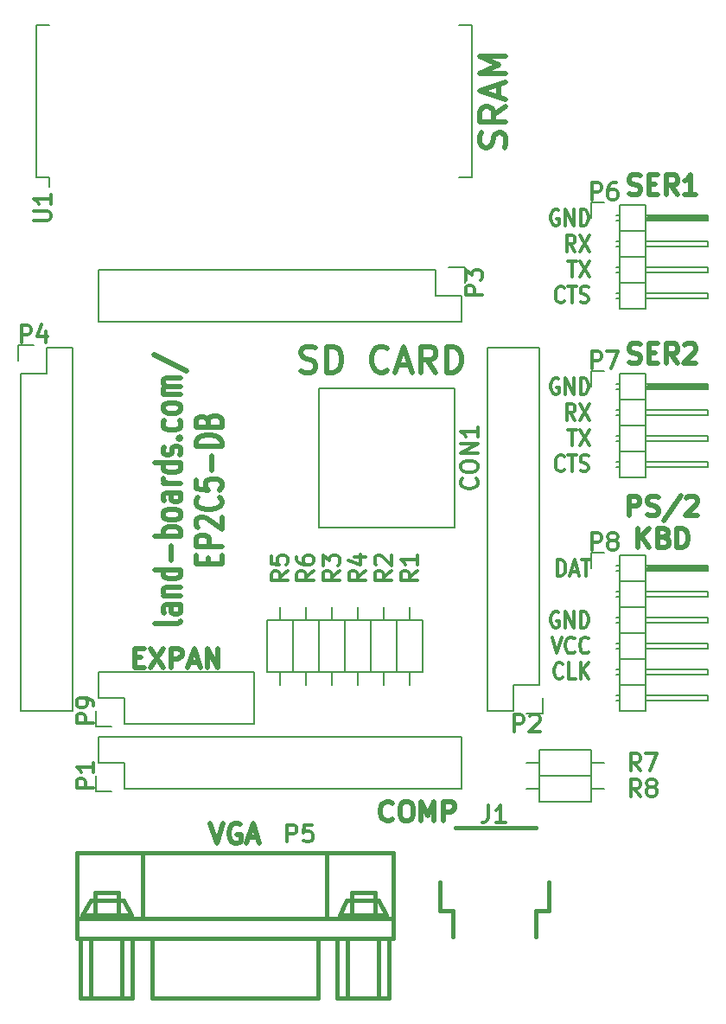
<source format=gbr>
G04 #@! TF.FileFunction,Legend,Top*
%FSLAX46Y46*%
G04 Gerber Fmt 4.6, Leading zero omitted, Abs format (unit mm)*
G04 Created by KiCad (PCBNEW (after 2015-mar-04 BZR unknown)-product) date 12/1/2016 2:15:56 PM*
%MOMM*%
G01*
G04 APERTURE LIST*
%ADD10C,0.150000*%
%ADD11C,0.476250*%
%ADD12C,0.300000*%
%ADD13C,0.508000*%
%ADD14C,0.381000*%
%ADD15C,0.200660*%
%ADD16C,0.317500*%
G04 APERTURE END LIST*
D10*
D11*
X22587857Y-77333929D02*
X23222857Y-77333929D01*
X23495000Y-78331786D02*
X22587857Y-78331786D01*
X22587857Y-76426786D01*
X23495000Y-76426786D01*
X24130000Y-76426786D02*
X25400000Y-78331786D01*
X25400000Y-76426786D02*
X24130000Y-78331786D01*
X26125714Y-78331786D02*
X26125714Y-76426786D01*
X26851429Y-76426786D01*
X27032857Y-76517500D01*
X27123572Y-76608214D01*
X27214286Y-76789643D01*
X27214286Y-77061786D01*
X27123572Y-77243214D01*
X27032857Y-77333929D01*
X26851429Y-77424643D01*
X26125714Y-77424643D01*
X27940000Y-77787500D02*
X28847143Y-77787500D01*
X27758572Y-78331786D02*
X28393572Y-76426786D01*
X29028572Y-78331786D01*
X29663571Y-78331786D02*
X29663571Y-76426786D01*
X30752143Y-78331786D01*
X30752143Y-76426786D01*
D12*
X63983809Y-69341905D02*
X63983809Y-67754405D01*
X64316428Y-67754405D01*
X64516000Y-67830000D01*
X64649047Y-67981190D01*
X64715571Y-68132381D01*
X64782095Y-68434762D01*
X64782095Y-68661548D01*
X64715571Y-68963929D01*
X64649047Y-69115119D01*
X64516000Y-69266310D01*
X64316428Y-69341905D01*
X63983809Y-69341905D01*
X65314285Y-68888333D02*
X65979523Y-68888333D01*
X65181238Y-69341905D02*
X65646904Y-67754405D01*
X66112571Y-69341905D01*
X66378667Y-67754405D02*
X67176952Y-67754405D01*
X66777809Y-69341905D02*
X66777809Y-67754405D01*
X64116857Y-72875000D02*
X63983809Y-72799405D01*
X63784238Y-72799405D01*
X63584666Y-72875000D01*
X63451619Y-73026190D01*
X63385095Y-73177381D01*
X63318571Y-73479762D01*
X63318571Y-73706548D01*
X63385095Y-74008929D01*
X63451619Y-74160119D01*
X63584666Y-74311310D01*
X63784238Y-74386905D01*
X63917286Y-74386905D01*
X64116857Y-74311310D01*
X64183381Y-74235714D01*
X64183381Y-73706548D01*
X63917286Y-73706548D01*
X64782095Y-74386905D02*
X64782095Y-72799405D01*
X65580381Y-74386905D01*
X65580381Y-72799405D01*
X66245619Y-74386905D02*
X66245619Y-72799405D01*
X66578238Y-72799405D01*
X66777810Y-72875000D01*
X66910857Y-73026190D01*
X66977381Y-73177381D01*
X67043905Y-73479762D01*
X67043905Y-73706548D01*
X66977381Y-74008929D01*
X66910857Y-74160119D01*
X66777810Y-74311310D01*
X66578238Y-74386905D01*
X66245619Y-74386905D01*
X63451619Y-75321905D02*
X63917285Y-76909405D01*
X64382952Y-75321905D01*
X65646905Y-76758214D02*
X65580381Y-76833810D01*
X65380810Y-76909405D01*
X65247762Y-76909405D01*
X65048190Y-76833810D01*
X64915143Y-76682619D01*
X64848619Y-76531429D01*
X64782095Y-76229048D01*
X64782095Y-76002262D01*
X64848619Y-75699881D01*
X64915143Y-75548690D01*
X65048190Y-75397500D01*
X65247762Y-75321905D01*
X65380810Y-75321905D01*
X65580381Y-75397500D01*
X65646905Y-75473095D01*
X67043905Y-76758214D02*
X66977381Y-76833810D01*
X66777810Y-76909405D01*
X66644762Y-76909405D01*
X66445190Y-76833810D01*
X66312143Y-76682619D01*
X66245619Y-76531429D01*
X66179095Y-76229048D01*
X66179095Y-76002262D01*
X66245619Y-75699881D01*
X66312143Y-75548690D01*
X66445190Y-75397500D01*
X66644762Y-75321905D01*
X66777810Y-75321905D01*
X66977381Y-75397500D01*
X67043905Y-75473095D01*
X64516000Y-79280714D02*
X64449476Y-79356310D01*
X64249905Y-79431905D01*
X64116857Y-79431905D01*
X63917285Y-79356310D01*
X63784238Y-79205119D01*
X63717714Y-79053929D01*
X63651190Y-78751548D01*
X63651190Y-78524762D01*
X63717714Y-78222381D01*
X63784238Y-78071190D01*
X63917285Y-77920000D01*
X64116857Y-77844405D01*
X64249905Y-77844405D01*
X64449476Y-77920000D01*
X64516000Y-77995595D01*
X65779952Y-79431905D02*
X65114714Y-79431905D01*
X65114714Y-77844405D01*
X66245619Y-79431905D02*
X66245619Y-77844405D01*
X67043905Y-79431905D02*
X66445190Y-78524762D01*
X67043905Y-77844405D02*
X66245619Y-78751548D01*
D11*
X47842715Y-93136357D02*
X47752001Y-93227071D01*
X47479858Y-93317786D01*
X47298429Y-93317786D01*
X47026286Y-93227071D01*
X46844858Y-93045643D01*
X46754143Y-92864214D01*
X46663429Y-92501357D01*
X46663429Y-92229214D01*
X46754143Y-91866357D01*
X46844858Y-91684929D01*
X47026286Y-91503500D01*
X47298429Y-91412786D01*
X47479858Y-91412786D01*
X47752001Y-91503500D01*
X47842715Y-91594214D01*
X49022001Y-91412786D02*
X49384858Y-91412786D01*
X49566286Y-91503500D01*
X49747715Y-91684929D01*
X49838429Y-92047786D01*
X49838429Y-92682786D01*
X49747715Y-93045643D01*
X49566286Y-93227071D01*
X49384858Y-93317786D01*
X49022001Y-93317786D01*
X48840572Y-93227071D01*
X48659143Y-93045643D01*
X48568429Y-92682786D01*
X48568429Y-92047786D01*
X48659143Y-91684929D01*
X48840572Y-91503500D01*
X49022001Y-91412786D01*
X50654857Y-93317786D02*
X50654857Y-91412786D01*
X51289857Y-92773500D01*
X51924857Y-91412786D01*
X51924857Y-93317786D01*
X52832000Y-93317786D02*
X52832000Y-91412786D01*
X53557715Y-91412786D01*
X53739143Y-91503500D01*
X53829858Y-91594214D01*
X53920572Y-91775643D01*
X53920572Y-92047786D01*
X53829858Y-92229214D01*
X53739143Y-92319929D01*
X53557715Y-92410643D01*
X52832000Y-92410643D01*
D13*
X38874096Y-49288095D02*
X39236953Y-49409048D01*
X39841715Y-49409048D01*
X40083619Y-49288095D01*
X40204572Y-49167143D01*
X40325524Y-48925238D01*
X40325524Y-48683333D01*
X40204572Y-48441429D01*
X40083619Y-48320476D01*
X39841715Y-48199524D01*
X39357905Y-48078571D01*
X39116000Y-47957619D01*
X38995048Y-47836667D01*
X38874096Y-47594762D01*
X38874096Y-47352857D01*
X38995048Y-47110952D01*
X39116000Y-46990000D01*
X39357905Y-46869048D01*
X39962667Y-46869048D01*
X40325524Y-46990000D01*
X41414096Y-49409048D02*
X41414096Y-46869048D01*
X42018858Y-46869048D01*
X42381715Y-46990000D01*
X42623620Y-47231905D01*
X42744572Y-47473810D01*
X42865524Y-47957619D01*
X42865524Y-48320476D01*
X42744572Y-48804286D01*
X42623620Y-49046190D01*
X42381715Y-49288095D01*
X42018858Y-49409048D01*
X41414096Y-49409048D01*
X47340762Y-49167143D02*
X47219810Y-49288095D01*
X46856953Y-49409048D01*
X46615048Y-49409048D01*
X46252191Y-49288095D01*
X46010286Y-49046190D01*
X45889334Y-48804286D01*
X45768382Y-48320476D01*
X45768382Y-47957619D01*
X45889334Y-47473810D01*
X46010286Y-47231905D01*
X46252191Y-46990000D01*
X46615048Y-46869048D01*
X46856953Y-46869048D01*
X47219810Y-46990000D01*
X47340762Y-47110952D01*
X48308382Y-48683333D02*
X49517905Y-48683333D01*
X48066477Y-49409048D02*
X48913143Y-46869048D01*
X49759810Y-49409048D01*
X52057905Y-49409048D02*
X51211239Y-48199524D01*
X50606477Y-49409048D02*
X50606477Y-46869048D01*
X51574096Y-46869048D01*
X51816001Y-46990000D01*
X51936953Y-47110952D01*
X52057905Y-47352857D01*
X52057905Y-47715714D01*
X51936953Y-47957619D01*
X51816001Y-48078571D01*
X51574096Y-48199524D01*
X50606477Y-48199524D01*
X53146477Y-49409048D02*
X53146477Y-46869048D01*
X53751239Y-46869048D01*
X54114096Y-46990000D01*
X54356001Y-47231905D01*
X54476953Y-47473810D01*
X54597905Y-47957619D01*
X54597905Y-48320476D01*
X54476953Y-48804286D01*
X54356001Y-49046190D01*
X54114096Y-49288095D01*
X53751239Y-49409048D01*
X53146477Y-49409048D01*
X58813095Y-27395714D02*
X58934048Y-27032857D01*
X58934048Y-26428095D01*
X58813095Y-26186191D01*
X58692143Y-26065238D01*
X58450238Y-25944286D01*
X58208333Y-25944286D01*
X57966429Y-26065238D01*
X57845476Y-26186191D01*
X57724524Y-26428095D01*
X57603571Y-26911905D01*
X57482619Y-27153810D01*
X57361667Y-27274762D01*
X57119762Y-27395714D01*
X56877857Y-27395714D01*
X56635952Y-27274762D01*
X56515000Y-27153810D01*
X56394048Y-26911905D01*
X56394048Y-26307143D01*
X56515000Y-25944286D01*
X58934048Y-23404286D02*
X57724524Y-24250952D01*
X58934048Y-24855714D02*
X56394048Y-24855714D01*
X56394048Y-23888095D01*
X56515000Y-23646190D01*
X56635952Y-23525238D01*
X56877857Y-23404286D01*
X57240714Y-23404286D01*
X57482619Y-23525238D01*
X57603571Y-23646190D01*
X57724524Y-23888095D01*
X57724524Y-24855714D01*
X58208333Y-22436666D02*
X58208333Y-21227143D01*
X58934048Y-22678571D02*
X56394048Y-21831905D01*
X58934048Y-20985238D01*
X58934048Y-20138571D02*
X56394048Y-20138571D01*
X58208333Y-19291904D01*
X56394048Y-18445238D01*
X58934048Y-18445238D01*
D12*
X64116857Y-50032500D02*
X63983809Y-49956905D01*
X63784238Y-49956905D01*
X63584666Y-50032500D01*
X63451619Y-50183690D01*
X63385095Y-50334881D01*
X63318571Y-50637262D01*
X63318571Y-50864048D01*
X63385095Y-51166429D01*
X63451619Y-51317619D01*
X63584666Y-51468810D01*
X63784238Y-51544405D01*
X63917286Y-51544405D01*
X64116857Y-51468810D01*
X64183381Y-51393214D01*
X64183381Y-50864048D01*
X63917286Y-50864048D01*
X64782095Y-51544405D02*
X64782095Y-49956905D01*
X65580381Y-51544405D01*
X65580381Y-49956905D01*
X66245619Y-51544405D02*
X66245619Y-49956905D01*
X66578238Y-49956905D01*
X66777810Y-50032500D01*
X66910857Y-50183690D01*
X66977381Y-50334881D01*
X67043905Y-50637262D01*
X67043905Y-50864048D01*
X66977381Y-51166429D01*
X66910857Y-51317619D01*
X66777810Y-51468810D01*
X66578238Y-51544405D01*
X66245619Y-51544405D01*
X65713429Y-54066905D02*
X65247762Y-53310952D01*
X64915143Y-54066905D02*
X64915143Y-52479405D01*
X65447334Y-52479405D01*
X65580381Y-52555000D01*
X65646905Y-52630595D01*
X65713429Y-52781786D01*
X65713429Y-53008571D01*
X65646905Y-53159762D01*
X65580381Y-53235357D01*
X65447334Y-53310952D01*
X64915143Y-53310952D01*
X66179095Y-52479405D02*
X67110429Y-54066905D01*
X67110429Y-52479405D02*
X66179095Y-54066905D01*
X65048191Y-55001905D02*
X65846476Y-55001905D01*
X65447333Y-56589405D02*
X65447333Y-55001905D01*
X66179095Y-55001905D02*
X67110429Y-56589405D01*
X67110429Y-55001905D02*
X66179095Y-56589405D01*
X64649048Y-58960714D02*
X64582524Y-59036310D01*
X64382953Y-59111905D01*
X64249905Y-59111905D01*
X64050333Y-59036310D01*
X63917286Y-58885119D01*
X63850762Y-58733929D01*
X63784238Y-58431548D01*
X63784238Y-58204762D01*
X63850762Y-57902381D01*
X63917286Y-57751190D01*
X64050333Y-57600000D01*
X64249905Y-57524405D01*
X64382953Y-57524405D01*
X64582524Y-57600000D01*
X64649048Y-57675595D01*
X65048191Y-57524405D02*
X65846476Y-57524405D01*
X65447333Y-59111905D02*
X65447333Y-57524405D01*
X66245619Y-59036310D02*
X66445191Y-59111905D01*
X66777810Y-59111905D01*
X66910857Y-59036310D01*
X66977381Y-58960714D01*
X67043905Y-58809524D01*
X67043905Y-58658333D01*
X66977381Y-58507143D01*
X66910857Y-58431548D01*
X66777810Y-58355952D01*
X66511714Y-58280357D01*
X66378667Y-58204762D01*
X66312143Y-58129167D01*
X66245619Y-57977976D01*
X66245619Y-57826786D01*
X66312143Y-57675595D01*
X66378667Y-57600000D01*
X66511714Y-57524405D01*
X66844334Y-57524405D01*
X67043905Y-57600000D01*
X64116857Y-33522500D02*
X63983809Y-33446905D01*
X63784238Y-33446905D01*
X63584666Y-33522500D01*
X63451619Y-33673690D01*
X63385095Y-33824881D01*
X63318571Y-34127262D01*
X63318571Y-34354048D01*
X63385095Y-34656429D01*
X63451619Y-34807619D01*
X63584666Y-34958810D01*
X63784238Y-35034405D01*
X63917286Y-35034405D01*
X64116857Y-34958810D01*
X64183381Y-34883214D01*
X64183381Y-34354048D01*
X63917286Y-34354048D01*
X64782095Y-35034405D02*
X64782095Y-33446905D01*
X65580381Y-35034405D01*
X65580381Y-33446905D01*
X66245619Y-35034405D02*
X66245619Y-33446905D01*
X66578238Y-33446905D01*
X66777810Y-33522500D01*
X66910857Y-33673690D01*
X66977381Y-33824881D01*
X67043905Y-34127262D01*
X67043905Y-34354048D01*
X66977381Y-34656429D01*
X66910857Y-34807619D01*
X66777810Y-34958810D01*
X66578238Y-35034405D01*
X66245619Y-35034405D01*
X65713429Y-37556905D02*
X65247762Y-36800952D01*
X64915143Y-37556905D02*
X64915143Y-35969405D01*
X65447334Y-35969405D01*
X65580381Y-36045000D01*
X65646905Y-36120595D01*
X65713429Y-36271786D01*
X65713429Y-36498571D01*
X65646905Y-36649762D01*
X65580381Y-36725357D01*
X65447334Y-36800952D01*
X64915143Y-36800952D01*
X66179095Y-35969405D02*
X67110429Y-37556905D01*
X67110429Y-35969405D02*
X66179095Y-37556905D01*
X65048191Y-38491905D02*
X65846476Y-38491905D01*
X65447333Y-40079405D02*
X65447333Y-38491905D01*
X66179095Y-38491905D02*
X67110429Y-40079405D01*
X67110429Y-38491905D02*
X66179095Y-40079405D01*
X64649048Y-42450714D02*
X64582524Y-42526310D01*
X64382953Y-42601905D01*
X64249905Y-42601905D01*
X64050333Y-42526310D01*
X63917286Y-42375119D01*
X63850762Y-42223929D01*
X63784238Y-41921548D01*
X63784238Y-41694762D01*
X63850762Y-41392381D01*
X63917286Y-41241190D01*
X64050333Y-41090000D01*
X64249905Y-41014405D01*
X64382953Y-41014405D01*
X64582524Y-41090000D01*
X64649048Y-41165595D01*
X65048191Y-41014405D02*
X65846476Y-41014405D01*
X65447333Y-42601905D02*
X65447333Y-41014405D01*
X66245619Y-42526310D02*
X66445191Y-42601905D01*
X66777810Y-42601905D01*
X66910857Y-42526310D01*
X66977381Y-42450714D01*
X67043905Y-42299524D01*
X67043905Y-42148333D01*
X66977381Y-41997143D01*
X66910857Y-41921548D01*
X66777810Y-41845952D01*
X66511714Y-41770357D01*
X66378667Y-41694762D01*
X66312143Y-41619167D01*
X66245619Y-41467976D01*
X66245619Y-41316786D01*
X66312143Y-41165595D01*
X66378667Y-41090000D01*
X66511714Y-41014405D01*
X66844334Y-41014405D01*
X67043905Y-41090000D01*
D11*
X70983928Y-63425161D02*
X70983928Y-61520161D01*
X71709643Y-61520161D01*
X71891071Y-61610875D01*
X71981786Y-61701589D01*
X72072500Y-61883018D01*
X72072500Y-62155161D01*
X71981786Y-62336589D01*
X71891071Y-62427304D01*
X71709643Y-62518018D01*
X70983928Y-62518018D01*
X72798214Y-63334446D02*
X73070357Y-63425161D01*
X73523928Y-63425161D01*
X73705357Y-63334446D01*
X73796071Y-63243732D01*
X73886786Y-63062304D01*
X73886786Y-62880875D01*
X73796071Y-62699446D01*
X73705357Y-62608732D01*
X73523928Y-62518018D01*
X73161071Y-62427304D01*
X72979643Y-62336589D01*
X72888928Y-62245875D01*
X72798214Y-62064446D01*
X72798214Y-61883018D01*
X72888928Y-61701589D01*
X72979643Y-61610875D01*
X73161071Y-61520161D01*
X73614643Y-61520161D01*
X73886786Y-61610875D01*
X76063929Y-61429446D02*
X74431072Y-63878732D01*
X76608214Y-61701589D02*
X76698928Y-61610875D01*
X76880357Y-61520161D01*
X77333928Y-61520161D01*
X77515357Y-61610875D01*
X77606071Y-61701589D01*
X77696786Y-61883018D01*
X77696786Y-62064446D01*
X77606071Y-62336589D01*
X76517500Y-63425161D01*
X77696786Y-63425161D01*
X71891071Y-66568411D02*
X71891071Y-64663411D01*
X72979643Y-66568411D02*
X72163214Y-65479839D01*
X72979643Y-64663411D02*
X71891071Y-65751982D01*
X74431071Y-65570554D02*
X74703214Y-65661268D01*
X74793929Y-65751982D01*
X74884643Y-65933411D01*
X74884643Y-66205554D01*
X74793929Y-66386982D01*
X74703214Y-66477696D01*
X74521786Y-66568411D01*
X73796071Y-66568411D01*
X73796071Y-64663411D01*
X74431071Y-64663411D01*
X74612500Y-64754125D01*
X74703214Y-64844839D01*
X74793929Y-65026268D01*
X74793929Y-65207696D01*
X74703214Y-65389125D01*
X74612500Y-65479839D01*
X74431071Y-65570554D01*
X73796071Y-65570554D01*
X75701071Y-66568411D02*
X75701071Y-64663411D01*
X76154643Y-64663411D01*
X76426786Y-64754125D01*
X76608214Y-64935554D01*
X76698929Y-65116982D01*
X76789643Y-65479839D01*
X76789643Y-65751982D01*
X76698929Y-66114839D01*
X76608214Y-66296268D01*
X76426786Y-66477696D01*
X76154643Y-66568411D01*
X75701071Y-66568411D01*
X71029286Y-48396071D02*
X71301429Y-48486786D01*
X71755000Y-48486786D01*
X71936429Y-48396071D01*
X72027143Y-48305357D01*
X72117858Y-48123929D01*
X72117858Y-47942500D01*
X72027143Y-47761071D01*
X71936429Y-47670357D01*
X71755000Y-47579643D01*
X71392143Y-47488929D01*
X71210715Y-47398214D01*
X71120000Y-47307500D01*
X71029286Y-47126071D01*
X71029286Y-46944643D01*
X71120000Y-46763214D01*
X71210715Y-46672500D01*
X71392143Y-46581786D01*
X71845715Y-46581786D01*
X72117858Y-46672500D01*
X72934286Y-47488929D02*
X73569286Y-47488929D01*
X73841429Y-48486786D02*
X72934286Y-48486786D01*
X72934286Y-46581786D01*
X73841429Y-46581786D01*
X75746429Y-48486786D02*
X75111429Y-47579643D01*
X74657857Y-48486786D02*
X74657857Y-46581786D01*
X75383572Y-46581786D01*
X75565000Y-46672500D01*
X75655715Y-46763214D01*
X75746429Y-46944643D01*
X75746429Y-47216786D01*
X75655715Y-47398214D01*
X75565000Y-47488929D01*
X75383572Y-47579643D01*
X74657857Y-47579643D01*
X76472143Y-46763214D02*
X76562857Y-46672500D01*
X76744286Y-46581786D01*
X77197857Y-46581786D01*
X77379286Y-46672500D01*
X77470000Y-46763214D01*
X77560715Y-46944643D01*
X77560715Y-47126071D01*
X77470000Y-47398214D01*
X76381429Y-48486786D01*
X77560715Y-48486786D01*
X71029286Y-31886071D02*
X71301429Y-31976786D01*
X71755000Y-31976786D01*
X71936429Y-31886071D01*
X72027143Y-31795357D01*
X72117858Y-31613929D01*
X72117858Y-31432500D01*
X72027143Y-31251071D01*
X71936429Y-31160357D01*
X71755000Y-31069643D01*
X71392143Y-30978929D01*
X71210715Y-30888214D01*
X71120000Y-30797500D01*
X71029286Y-30616071D01*
X71029286Y-30434643D01*
X71120000Y-30253214D01*
X71210715Y-30162500D01*
X71392143Y-30071786D01*
X71845715Y-30071786D01*
X72117858Y-30162500D01*
X72934286Y-30978929D02*
X73569286Y-30978929D01*
X73841429Y-31976786D02*
X72934286Y-31976786D01*
X72934286Y-30071786D01*
X73841429Y-30071786D01*
X75746429Y-31976786D02*
X75111429Y-31069643D01*
X74657857Y-31976786D02*
X74657857Y-30071786D01*
X75383572Y-30071786D01*
X75565000Y-30162500D01*
X75655715Y-30253214D01*
X75746429Y-30434643D01*
X75746429Y-30706786D01*
X75655715Y-30888214D01*
X75565000Y-30978929D01*
X75383572Y-31069643D01*
X74657857Y-31069643D01*
X77560715Y-31976786D02*
X76472143Y-31976786D01*
X77016429Y-31976786D02*
X77016429Y-30071786D01*
X76835000Y-30343929D01*
X76653572Y-30525357D01*
X76472143Y-30616071D01*
X27072923Y-73705355D02*
X26951970Y-73886783D01*
X26710065Y-73977498D01*
X24532923Y-73977498D01*
X27072923Y-72163212D02*
X25742446Y-72163212D01*
X25500542Y-72253926D01*
X25379589Y-72435355D01*
X25379589Y-72798212D01*
X25500542Y-72979641D01*
X26951970Y-72163212D02*
X27072923Y-72344641D01*
X27072923Y-72798212D01*
X26951970Y-72979641D01*
X26710065Y-73070355D01*
X26468161Y-73070355D01*
X26226256Y-72979641D01*
X26105304Y-72798212D01*
X26105304Y-72344641D01*
X25984351Y-72163212D01*
X25379589Y-71256070D02*
X27072923Y-71256070D01*
X25621494Y-71256070D02*
X25500542Y-71165355D01*
X25379589Y-70983927D01*
X25379589Y-70711784D01*
X25500542Y-70530355D01*
X25742446Y-70439641D01*
X27072923Y-70439641D01*
X27072923Y-68716070D02*
X24532923Y-68716070D01*
X26951970Y-68716070D02*
X27072923Y-68897499D01*
X27072923Y-69260356D01*
X26951970Y-69441784D01*
X26831018Y-69532499D01*
X26589113Y-69623213D01*
X25863399Y-69623213D01*
X25621494Y-69532499D01*
X25500542Y-69441784D01*
X25379589Y-69260356D01*
X25379589Y-68897499D01*
X25500542Y-68716070D01*
X26105304Y-67808928D02*
X26105304Y-66357499D01*
X27072923Y-65450357D02*
X24532923Y-65450357D01*
X25500542Y-65450357D02*
X25379589Y-65268928D01*
X25379589Y-64906071D01*
X25500542Y-64724642D01*
X25621494Y-64633928D01*
X25863399Y-64543214D01*
X26589113Y-64543214D01*
X26831018Y-64633928D01*
X26951970Y-64724642D01*
X27072923Y-64906071D01*
X27072923Y-65268928D01*
X26951970Y-65450357D01*
X27072923Y-63454643D02*
X26951970Y-63636071D01*
X26831018Y-63726786D01*
X26589113Y-63817500D01*
X25863399Y-63817500D01*
X25621494Y-63726786D01*
X25500542Y-63636071D01*
X25379589Y-63454643D01*
X25379589Y-63182500D01*
X25500542Y-63001071D01*
X25621494Y-62910357D01*
X25863399Y-62819643D01*
X26589113Y-62819643D01*
X26831018Y-62910357D01*
X26951970Y-63001071D01*
X27072923Y-63182500D01*
X27072923Y-63454643D01*
X27072923Y-61186786D02*
X25742446Y-61186786D01*
X25500542Y-61277500D01*
X25379589Y-61458929D01*
X25379589Y-61821786D01*
X25500542Y-62003215D01*
X26951970Y-61186786D02*
X27072923Y-61368215D01*
X27072923Y-61821786D01*
X26951970Y-62003215D01*
X26710065Y-62093929D01*
X26468161Y-62093929D01*
X26226256Y-62003215D01*
X26105304Y-61821786D01*
X26105304Y-61368215D01*
X25984351Y-61186786D01*
X27072923Y-60279644D02*
X25379589Y-60279644D01*
X25863399Y-60279644D02*
X25621494Y-60188929D01*
X25500542Y-60098215D01*
X25379589Y-59916786D01*
X25379589Y-59735358D01*
X27072923Y-58283929D02*
X24532923Y-58283929D01*
X26951970Y-58283929D02*
X27072923Y-58465358D01*
X27072923Y-58828215D01*
X26951970Y-59009643D01*
X26831018Y-59100358D01*
X26589113Y-59191072D01*
X25863399Y-59191072D01*
X25621494Y-59100358D01*
X25500542Y-59009643D01*
X25379589Y-58828215D01*
X25379589Y-58465358D01*
X25500542Y-58283929D01*
X26951970Y-57467501D02*
X27072923Y-57286072D01*
X27072923Y-56923215D01*
X26951970Y-56741787D01*
X26710065Y-56651072D01*
X26589113Y-56651072D01*
X26347208Y-56741787D01*
X26226256Y-56923215D01*
X26226256Y-57195358D01*
X26105304Y-57376787D01*
X25863399Y-57467501D01*
X25742446Y-57467501D01*
X25500542Y-57376787D01*
X25379589Y-57195358D01*
X25379589Y-56923215D01*
X25500542Y-56741787D01*
X26831018Y-55834644D02*
X26951970Y-55743929D01*
X27072923Y-55834644D01*
X26951970Y-55925358D01*
X26831018Y-55834644D01*
X27072923Y-55834644D01*
X26951970Y-54111072D02*
X27072923Y-54292501D01*
X27072923Y-54655358D01*
X26951970Y-54836786D01*
X26831018Y-54927501D01*
X26589113Y-55018215D01*
X25863399Y-55018215D01*
X25621494Y-54927501D01*
X25500542Y-54836786D01*
X25379589Y-54655358D01*
X25379589Y-54292501D01*
X25500542Y-54111072D01*
X27072923Y-53022501D02*
X26951970Y-53203929D01*
X26831018Y-53294644D01*
X26589113Y-53385358D01*
X25863399Y-53385358D01*
X25621494Y-53294644D01*
X25500542Y-53203929D01*
X25379589Y-53022501D01*
X25379589Y-52750358D01*
X25500542Y-52568929D01*
X25621494Y-52478215D01*
X25863399Y-52387501D01*
X26589113Y-52387501D01*
X26831018Y-52478215D01*
X26951970Y-52568929D01*
X27072923Y-52750358D01*
X27072923Y-53022501D01*
X27072923Y-51571073D02*
X25379589Y-51571073D01*
X25621494Y-51571073D02*
X25500542Y-51480358D01*
X25379589Y-51298930D01*
X25379589Y-51026787D01*
X25500542Y-50845358D01*
X25742446Y-50754644D01*
X27072923Y-50754644D01*
X25742446Y-50754644D02*
X25500542Y-50663930D01*
X25379589Y-50482501D01*
X25379589Y-50210358D01*
X25500542Y-50028930D01*
X25742446Y-49938215D01*
X27072923Y-49938215D01*
X24411970Y-47670358D02*
X27677685Y-49303215D01*
X29774696Y-68171786D02*
X29774696Y-67536786D01*
X31105173Y-67264643D02*
X31105173Y-68171786D01*
X28565173Y-68171786D01*
X28565173Y-67264643D01*
X31105173Y-66448215D02*
X28565173Y-66448215D01*
X28565173Y-65722500D01*
X28686125Y-65541072D01*
X28807077Y-65450357D01*
X29048982Y-65359643D01*
X29411839Y-65359643D01*
X29653744Y-65450357D01*
X29774696Y-65541072D01*
X29895649Y-65722500D01*
X29895649Y-66448215D01*
X28807077Y-64633929D02*
X28686125Y-64543215D01*
X28565173Y-64361786D01*
X28565173Y-63908215D01*
X28686125Y-63726786D01*
X28807077Y-63636072D01*
X29048982Y-63545357D01*
X29290887Y-63545357D01*
X29653744Y-63636072D01*
X31105173Y-64724643D01*
X31105173Y-63545357D01*
X30863268Y-61640357D02*
X30984220Y-61731071D01*
X31105173Y-62003214D01*
X31105173Y-62184643D01*
X30984220Y-62456786D01*
X30742315Y-62638214D01*
X30500411Y-62728929D01*
X30016601Y-62819643D01*
X29653744Y-62819643D01*
X29169935Y-62728929D01*
X28928030Y-62638214D01*
X28686125Y-62456786D01*
X28565173Y-62184643D01*
X28565173Y-62003214D01*
X28686125Y-61731071D01*
X28807077Y-61640357D01*
X28565173Y-59916786D02*
X28565173Y-60823929D01*
X29774696Y-60914643D01*
X29653744Y-60823929D01*
X29532792Y-60642500D01*
X29532792Y-60188929D01*
X29653744Y-60007500D01*
X29774696Y-59916786D01*
X30016601Y-59826071D01*
X30621363Y-59826071D01*
X30863268Y-59916786D01*
X30984220Y-60007500D01*
X31105173Y-60188929D01*
X31105173Y-60642500D01*
X30984220Y-60823929D01*
X30863268Y-60914643D01*
X30137554Y-59009643D02*
X30137554Y-57558214D01*
X31105173Y-56651072D02*
X28565173Y-56651072D01*
X28565173Y-56197500D01*
X28686125Y-55925357D01*
X28928030Y-55743929D01*
X29169935Y-55653214D01*
X29653744Y-55562500D01*
X30016601Y-55562500D01*
X30500411Y-55653214D01*
X30742315Y-55743929D01*
X30984220Y-55925357D01*
X31105173Y-56197500D01*
X31105173Y-56651072D01*
X29774696Y-54111072D02*
X29895649Y-53838929D01*
X30016601Y-53748214D01*
X30258506Y-53657500D01*
X30621363Y-53657500D01*
X30863268Y-53748214D01*
X30984220Y-53838929D01*
X31105173Y-54020357D01*
X31105173Y-54746072D01*
X28565173Y-54746072D01*
X28565173Y-54111072D01*
X28686125Y-53929643D01*
X28807077Y-53838929D01*
X29048982Y-53748214D01*
X29290887Y-53748214D01*
X29532792Y-53838929D01*
X29653744Y-53929643D01*
X29774696Y-54111072D01*
X29774696Y-54746072D01*
D10*
X54610000Y-85090000D02*
X19050000Y-85090000D01*
X21590000Y-90170000D02*
X54610000Y-90170000D01*
X54610000Y-85090000D02*
X54610000Y-90170000D01*
X19050000Y-85090000D02*
X19050000Y-87630000D01*
X18770000Y-88900000D02*
X18770000Y-90450000D01*
X19050000Y-87630000D02*
X21590000Y-87630000D01*
X21590000Y-87630000D02*
X21590000Y-90170000D01*
X18770000Y-90450000D02*
X20320000Y-90450000D01*
X57150000Y-46990000D02*
X57150000Y-82550000D01*
X62230000Y-80010000D02*
X62230000Y-46990000D01*
X57150000Y-46990000D02*
X62230000Y-46990000D01*
X57150000Y-82550000D02*
X59690000Y-82550000D01*
X60960000Y-82830000D02*
X62510000Y-82830000D01*
X59690000Y-82550000D02*
X59690000Y-80010000D01*
X59690000Y-80010000D02*
X62230000Y-80010000D01*
X62510000Y-82830000D02*
X62510000Y-81280000D01*
X19050000Y-44450000D02*
X54610000Y-44450000D01*
X52070000Y-39370000D02*
X19050000Y-39370000D01*
X19050000Y-44450000D02*
X19050000Y-39370000D01*
X54610000Y-44450000D02*
X54610000Y-41910000D01*
X54890000Y-40640000D02*
X54890000Y-39090000D01*
X54610000Y-41910000D02*
X52070000Y-41910000D01*
X52070000Y-41910000D02*
X52070000Y-39370000D01*
X54890000Y-39090000D02*
X53340000Y-39090000D01*
X16510000Y-82550000D02*
X16510000Y-46990000D01*
X11430000Y-49530000D02*
X11430000Y-82550000D01*
X16510000Y-82550000D02*
X11430000Y-82550000D01*
X16510000Y-46990000D02*
X13970000Y-46990000D01*
X12700000Y-46710000D02*
X11150000Y-46710000D01*
X13970000Y-46990000D02*
X13970000Y-49530000D01*
X13970000Y-49530000D02*
X11430000Y-49530000D01*
X11150000Y-46710000D02*
X11150000Y-48260000D01*
X12945000Y-30345000D02*
X14215000Y-30345000D01*
X12945000Y-15375000D02*
X14215000Y-15375000D01*
X55635000Y-15375000D02*
X54365000Y-15375000D01*
X55635000Y-30345000D02*
X54365000Y-30345000D01*
X12945000Y-30345000D02*
X12945000Y-15375000D01*
X55635000Y-30345000D02*
X55635000Y-15375000D01*
X14215000Y-30345000D02*
X14215000Y-31280000D01*
X48260000Y-78740000D02*
X48260000Y-73660000D01*
X48260000Y-73660000D02*
X50800000Y-73660000D01*
X50800000Y-73660000D02*
X50800000Y-78740000D01*
X50800000Y-78740000D02*
X48260000Y-78740000D01*
X49530000Y-78740000D02*
X49530000Y-80010000D01*
X49530000Y-73660000D02*
X49530000Y-72390000D01*
X45720000Y-78740000D02*
X45720000Y-73660000D01*
X45720000Y-73660000D02*
X48260000Y-73660000D01*
X48260000Y-73660000D02*
X48260000Y-78740000D01*
X48260000Y-78740000D02*
X45720000Y-78740000D01*
X46990000Y-78740000D02*
X46990000Y-80010000D01*
X46990000Y-73660000D02*
X46990000Y-72390000D01*
X40640000Y-78740000D02*
X40640000Y-73660000D01*
X40640000Y-73660000D02*
X43180000Y-73660000D01*
X43180000Y-73660000D02*
X43180000Y-78740000D01*
X43180000Y-78740000D02*
X40640000Y-78740000D01*
X41910000Y-78740000D02*
X41910000Y-80010000D01*
X41910000Y-73660000D02*
X41910000Y-72390000D01*
X43180000Y-78740000D02*
X43180000Y-73660000D01*
X43180000Y-73660000D02*
X45720000Y-73660000D01*
X45720000Y-73660000D02*
X45720000Y-78740000D01*
X45720000Y-78740000D02*
X43180000Y-78740000D01*
X44450000Y-78740000D02*
X44450000Y-80010000D01*
X44450000Y-73660000D02*
X44450000Y-72390000D01*
X35560000Y-78740000D02*
X35560000Y-73660000D01*
X35560000Y-73660000D02*
X38100000Y-73660000D01*
X38100000Y-73660000D02*
X38100000Y-78740000D01*
X38100000Y-78740000D02*
X35560000Y-78740000D01*
X36830000Y-78740000D02*
X36830000Y-80010000D01*
X36830000Y-73660000D02*
X36830000Y-72390000D01*
X38100000Y-78740000D02*
X38100000Y-73660000D01*
X38100000Y-73660000D02*
X40640000Y-73660000D01*
X40640000Y-73660000D02*
X40640000Y-78740000D01*
X40640000Y-78740000D02*
X38100000Y-78740000D01*
X39370000Y-78740000D02*
X39370000Y-80010000D01*
X39370000Y-73660000D02*
X39370000Y-72390000D01*
D14*
X22352000Y-104775000D02*
X22352000Y-110617000D01*
X21463000Y-101092000D02*
X22225000Y-102489000D01*
X18288000Y-101092000D02*
X17399000Y-102489000D01*
X23368000Y-96393000D02*
X23368000Y-102870000D01*
X16891000Y-104775000D02*
X16891000Y-96393000D01*
X47879000Y-96393000D02*
X47879000Y-104775000D01*
X47879000Y-96393000D02*
X16891000Y-96393000D01*
X41402000Y-102870000D02*
X41402000Y-96393000D01*
X46482000Y-101092000D02*
X47244000Y-102489000D01*
X43307000Y-101092000D02*
X42672000Y-102489000D01*
X43307000Y-101092000D02*
X46482000Y-101092000D01*
X18288000Y-101092000D02*
X21463000Y-101092000D01*
X47244000Y-102489000D02*
X42672000Y-102489000D01*
X42672000Y-102489000D02*
X42672000Y-102743000D01*
X42672000Y-102743000D02*
X47244000Y-102743000D01*
X47244000Y-102743000D02*
X47244000Y-102489000D01*
X22225000Y-102489000D02*
X17399000Y-102489000D01*
X17399000Y-102489000D02*
X17399000Y-102743000D01*
X17399000Y-102743000D02*
X22225000Y-102743000D01*
X22225000Y-102743000D02*
X22225000Y-102489000D01*
X43815000Y-102870000D02*
X43815000Y-100330000D01*
X43815000Y-100330000D02*
X46101000Y-100330000D01*
X46101000Y-100330000D02*
X46101000Y-102870000D01*
X18669000Y-102870000D02*
X18669000Y-100330000D01*
X18669000Y-100330000D02*
X20955000Y-100330000D01*
X20955000Y-100330000D02*
X20955000Y-102870000D01*
X16891000Y-102870000D02*
X47879000Y-102870000D01*
X21336000Y-104775000D02*
X21336000Y-110617000D01*
X18288000Y-104775000D02*
X18288000Y-110617000D01*
X46482000Y-104775000D02*
X46482000Y-110617000D01*
X43434000Y-104775000D02*
X43434000Y-110617000D01*
X42418000Y-104775000D02*
X42418000Y-110617000D01*
X42418000Y-110617000D02*
X47498000Y-110617000D01*
X47498000Y-110617000D02*
X47498000Y-104902000D01*
X17272000Y-104775000D02*
X17272000Y-110617000D01*
X17272000Y-110617000D02*
X22352000Y-110617000D01*
X24257000Y-104775000D02*
X24257000Y-110617000D01*
X24257000Y-110617000D02*
X40513000Y-110617000D01*
X40513000Y-110617000D02*
X40513000Y-104775000D01*
X16891000Y-104775000D02*
X47879000Y-104775000D01*
D10*
X67280000Y-32740000D02*
X67280000Y-34290000D01*
X68580000Y-32740000D02*
X67280000Y-32740000D01*
X72771000Y-34163000D02*
X78613000Y-34163000D01*
X78613000Y-34163000D02*
X78613000Y-34417000D01*
X78613000Y-34417000D02*
X72771000Y-34417000D01*
X72771000Y-34417000D02*
X72771000Y-34290000D01*
X72771000Y-34290000D02*
X78613000Y-34290000D01*
X70104000Y-34036000D02*
X69723000Y-34036000D01*
X70104000Y-34544000D02*
X69723000Y-34544000D01*
X70104000Y-36576000D02*
X69723000Y-36576000D01*
X70104000Y-37084000D02*
X69723000Y-37084000D01*
X70104000Y-39116000D02*
X69723000Y-39116000D01*
X70104000Y-39624000D02*
X69723000Y-39624000D01*
X70104000Y-42164000D02*
X69723000Y-42164000D01*
X70104000Y-41656000D02*
X69723000Y-41656000D01*
X70104000Y-33020000D02*
X72644000Y-33020000D01*
X70104000Y-35560000D02*
X72644000Y-35560000D01*
X70104000Y-35560000D02*
X70104000Y-38100000D01*
X70104000Y-38100000D02*
X72644000Y-38100000D01*
X72644000Y-36576000D02*
X78740000Y-36576000D01*
X78740000Y-36576000D02*
X78740000Y-37084000D01*
X78740000Y-37084000D02*
X72644000Y-37084000D01*
X72644000Y-38100000D02*
X72644000Y-35560000D01*
X72644000Y-35560000D02*
X72644000Y-33020000D01*
X78740000Y-34544000D02*
X72644000Y-34544000D01*
X78740000Y-34036000D02*
X78740000Y-34544000D01*
X72644000Y-34036000D02*
X78740000Y-34036000D01*
X70104000Y-35560000D02*
X72644000Y-35560000D01*
X70104000Y-33020000D02*
X70104000Y-35560000D01*
X70104000Y-40640000D02*
X72644000Y-40640000D01*
X70104000Y-40640000D02*
X70104000Y-43180000D01*
X70104000Y-43180000D02*
X72644000Y-43180000D01*
X72644000Y-41656000D02*
X78740000Y-41656000D01*
X78740000Y-41656000D02*
X78740000Y-42164000D01*
X78740000Y-42164000D02*
X72644000Y-42164000D01*
X72644000Y-43180000D02*
X72644000Y-40640000D01*
X72644000Y-40640000D02*
X72644000Y-38100000D01*
X78740000Y-39624000D02*
X72644000Y-39624000D01*
X78740000Y-39116000D02*
X78740000Y-39624000D01*
X72644000Y-39116000D02*
X78740000Y-39116000D01*
X70104000Y-40640000D02*
X72644000Y-40640000D01*
X70104000Y-38100000D02*
X70104000Y-40640000D01*
X70104000Y-38100000D02*
X72644000Y-38100000D01*
X67280000Y-49250000D02*
X67280000Y-50800000D01*
X68580000Y-49250000D02*
X67280000Y-49250000D01*
X72771000Y-50673000D02*
X78613000Y-50673000D01*
X78613000Y-50673000D02*
X78613000Y-50927000D01*
X78613000Y-50927000D02*
X72771000Y-50927000D01*
X72771000Y-50927000D02*
X72771000Y-50800000D01*
X72771000Y-50800000D02*
X78613000Y-50800000D01*
X70104000Y-50546000D02*
X69723000Y-50546000D01*
X70104000Y-51054000D02*
X69723000Y-51054000D01*
X70104000Y-53086000D02*
X69723000Y-53086000D01*
X70104000Y-53594000D02*
X69723000Y-53594000D01*
X70104000Y-55626000D02*
X69723000Y-55626000D01*
X70104000Y-56134000D02*
X69723000Y-56134000D01*
X70104000Y-58674000D02*
X69723000Y-58674000D01*
X70104000Y-58166000D02*
X69723000Y-58166000D01*
X70104000Y-49530000D02*
X72644000Y-49530000D01*
X70104000Y-52070000D02*
X72644000Y-52070000D01*
X70104000Y-52070000D02*
X70104000Y-54610000D01*
X70104000Y-54610000D02*
X72644000Y-54610000D01*
X72644000Y-53086000D02*
X78740000Y-53086000D01*
X78740000Y-53086000D02*
X78740000Y-53594000D01*
X78740000Y-53594000D02*
X72644000Y-53594000D01*
X72644000Y-54610000D02*
X72644000Y-52070000D01*
X72644000Y-52070000D02*
X72644000Y-49530000D01*
X78740000Y-51054000D02*
X72644000Y-51054000D01*
X78740000Y-50546000D02*
X78740000Y-51054000D01*
X72644000Y-50546000D02*
X78740000Y-50546000D01*
X70104000Y-52070000D02*
X72644000Y-52070000D01*
X70104000Y-49530000D02*
X70104000Y-52070000D01*
X70104000Y-57150000D02*
X72644000Y-57150000D01*
X70104000Y-57150000D02*
X70104000Y-59690000D01*
X70104000Y-59690000D02*
X72644000Y-59690000D01*
X72644000Y-58166000D02*
X78740000Y-58166000D01*
X78740000Y-58166000D02*
X78740000Y-58674000D01*
X78740000Y-58674000D02*
X72644000Y-58674000D01*
X72644000Y-59690000D02*
X72644000Y-57150000D01*
X72644000Y-57150000D02*
X72644000Y-54610000D01*
X78740000Y-56134000D02*
X72644000Y-56134000D01*
X78740000Y-55626000D02*
X78740000Y-56134000D01*
X72644000Y-55626000D02*
X78740000Y-55626000D01*
X70104000Y-57150000D02*
X72644000Y-57150000D01*
X70104000Y-54610000D02*
X70104000Y-57150000D01*
X70104000Y-54610000D02*
X72644000Y-54610000D01*
X67280000Y-67030000D02*
X67280000Y-68580000D01*
X68580000Y-67030000D02*
X67280000Y-67030000D01*
X72771000Y-68453000D02*
X78613000Y-68453000D01*
X78613000Y-68453000D02*
X78613000Y-68707000D01*
X78613000Y-68707000D02*
X72771000Y-68707000D01*
X72771000Y-68707000D02*
X72771000Y-68580000D01*
X72771000Y-68580000D02*
X78613000Y-68580000D01*
X70104000Y-68326000D02*
X69723000Y-68326000D01*
X70104000Y-68834000D02*
X69723000Y-68834000D01*
X70104000Y-70866000D02*
X69723000Y-70866000D01*
X70104000Y-71374000D02*
X69723000Y-71374000D01*
X70104000Y-73406000D02*
X69723000Y-73406000D01*
X70104000Y-73914000D02*
X69723000Y-73914000D01*
X70104000Y-81534000D02*
X69723000Y-81534000D01*
X70104000Y-81026000D02*
X69723000Y-81026000D01*
X70104000Y-78994000D02*
X69723000Y-78994000D01*
X70104000Y-78486000D02*
X69723000Y-78486000D01*
X70104000Y-76454000D02*
X69723000Y-76454000D01*
X70104000Y-75946000D02*
X69723000Y-75946000D01*
X70104000Y-67310000D02*
X72644000Y-67310000D01*
X70104000Y-69850000D02*
X72644000Y-69850000D01*
X70104000Y-69850000D02*
X70104000Y-72390000D01*
X70104000Y-72390000D02*
X72644000Y-72390000D01*
X72644000Y-70866000D02*
X78740000Y-70866000D01*
X78740000Y-70866000D02*
X78740000Y-71374000D01*
X78740000Y-71374000D02*
X72644000Y-71374000D01*
X72644000Y-72390000D02*
X72644000Y-69850000D01*
X72644000Y-69850000D02*
X72644000Y-67310000D01*
X78740000Y-68834000D02*
X72644000Y-68834000D01*
X78740000Y-68326000D02*
X78740000Y-68834000D01*
X72644000Y-68326000D02*
X78740000Y-68326000D01*
X70104000Y-69850000D02*
X72644000Y-69850000D01*
X70104000Y-67310000D02*
X70104000Y-69850000D01*
X70104000Y-77470000D02*
X72644000Y-77470000D01*
X70104000Y-77470000D02*
X70104000Y-80010000D01*
X70104000Y-80010000D02*
X72644000Y-80010000D01*
X72644000Y-78486000D02*
X78740000Y-78486000D01*
X78740000Y-78486000D02*
X78740000Y-78994000D01*
X78740000Y-78994000D02*
X72644000Y-78994000D01*
X72644000Y-80010000D02*
X72644000Y-77470000D01*
X72644000Y-82550000D02*
X72644000Y-80010000D01*
X78740000Y-81534000D02*
X72644000Y-81534000D01*
X78740000Y-81026000D02*
X78740000Y-81534000D01*
X72644000Y-81026000D02*
X78740000Y-81026000D01*
X70104000Y-82550000D02*
X72644000Y-82550000D01*
X70104000Y-80010000D02*
X70104000Y-82550000D01*
X70104000Y-80010000D02*
X72644000Y-80010000D01*
X70104000Y-74930000D02*
X72644000Y-74930000D01*
X70104000Y-74930000D02*
X70104000Y-77470000D01*
X70104000Y-77470000D02*
X72644000Y-77470000D01*
X72644000Y-75946000D02*
X78740000Y-75946000D01*
X78740000Y-75946000D02*
X78740000Y-76454000D01*
X78740000Y-76454000D02*
X72644000Y-76454000D01*
X72644000Y-77470000D02*
X72644000Y-74930000D01*
X72644000Y-74930000D02*
X72644000Y-72390000D01*
X78740000Y-73914000D02*
X72644000Y-73914000D01*
X78740000Y-73406000D02*
X78740000Y-73914000D01*
X72644000Y-73406000D02*
X78740000Y-73406000D01*
X70104000Y-74930000D02*
X72644000Y-74930000D01*
X70104000Y-72390000D02*
X70104000Y-74930000D01*
X70104000Y-72390000D02*
X72644000Y-72390000D01*
D14*
X61595000Y-93980000D02*
X61849000Y-93980000D01*
X55245000Y-93980000D02*
X53975000Y-93980000D01*
X52451000Y-99314000D02*
X52451000Y-102108000D01*
X52451000Y-102108000D02*
X53721000Y-102108000D01*
X53721000Y-102108000D02*
X53721000Y-104648000D01*
X63119000Y-99314000D02*
X63119000Y-102108000D01*
X63119000Y-102108000D02*
X61849000Y-102108000D01*
X61849000Y-102108000D02*
X61849000Y-104648000D01*
X61595000Y-93980000D02*
X55245000Y-93980000D01*
D10*
X67310000Y-88900000D02*
X62230000Y-88900000D01*
X62230000Y-88900000D02*
X62230000Y-86360000D01*
X62230000Y-86360000D02*
X67310000Y-86360000D01*
X67310000Y-86360000D02*
X67310000Y-88900000D01*
X67310000Y-87630000D02*
X68580000Y-87630000D01*
X62230000Y-87630000D02*
X60960000Y-87630000D01*
X67310000Y-91440000D02*
X62230000Y-91440000D01*
X62230000Y-91440000D02*
X62230000Y-88900000D01*
X62230000Y-88900000D02*
X67310000Y-88900000D01*
X67310000Y-88900000D02*
X67310000Y-91440000D01*
X67310000Y-90170000D02*
X68580000Y-90170000D01*
X62230000Y-90170000D02*
X60960000Y-90170000D01*
D15*
X40640000Y-50985420D02*
X53939440Y-50985420D01*
X53939440Y-50985420D02*
X53939440Y-64584580D01*
X53939440Y-64584580D02*
X40640000Y-64584580D01*
X40640000Y-64584580D02*
X40640000Y-50985420D01*
D10*
X34290000Y-78740000D02*
X19050000Y-78740000D01*
X21590000Y-83820000D02*
X34290000Y-83820000D01*
X34290000Y-78740000D02*
X34290000Y-83820000D01*
X19050000Y-78740000D02*
X19050000Y-81280000D01*
X18770000Y-82550000D02*
X18770000Y-84100000D01*
X19050000Y-81280000D02*
X21590000Y-81280000D01*
X21590000Y-81280000D02*
X21590000Y-83820000D01*
X18770000Y-84100000D02*
X20320000Y-84100000D01*
D16*
X18526881Y-90118595D02*
X16875881Y-90118595D01*
X16875881Y-89489642D01*
X16954500Y-89332404D01*
X17033119Y-89253785D01*
X17190357Y-89175166D01*
X17426214Y-89175166D01*
X17583452Y-89253785D01*
X17662071Y-89332404D01*
X17740690Y-89489642D01*
X17740690Y-90118595D01*
X18526881Y-87602785D02*
X18526881Y-88546214D01*
X18526881Y-88074500D02*
X16875881Y-88074500D01*
X17111738Y-88231738D01*
X17268976Y-88388976D01*
X17347595Y-88546214D01*
X59741405Y-84566881D02*
X59741405Y-82915881D01*
X60370358Y-82915881D01*
X60527596Y-82994500D01*
X60606215Y-83073119D01*
X60684834Y-83230357D01*
X60684834Y-83466214D01*
X60606215Y-83623452D01*
X60527596Y-83702071D01*
X60370358Y-83780690D01*
X59741405Y-83780690D01*
X61313786Y-83073119D02*
X61392405Y-82994500D01*
X61549643Y-82915881D01*
X61942739Y-82915881D01*
X62099977Y-82994500D01*
X62178596Y-83073119D01*
X62257215Y-83230357D01*
X62257215Y-83387595D01*
X62178596Y-83623452D01*
X61235167Y-84566881D01*
X62257215Y-84566881D01*
X56626881Y-41858595D02*
X54975881Y-41858595D01*
X54975881Y-41229642D01*
X55054500Y-41072404D01*
X55133119Y-40993785D01*
X55290357Y-40915166D01*
X55526214Y-40915166D01*
X55683452Y-40993785D01*
X55762071Y-41072404D01*
X55840690Y-41229642D01*
X55840690Y-41858595D01*
X54975881Y-40364833D02*
X54975881Y-39342785D01*
X55604833Y-39893119D01*
X55604833Y-39657261D01*
X55683452Y-39500023D01*
X55762071Y-39421404D01*
X55919310Y-39342785D01*
X56312405Y-39342785D01*
X56469643Y-39421404D01*
X56548262Y-39500023D01*
X56626881Y-39657261D01*
X56626881Y-40128976D01*
X56548262Y-40286214D01*
X56469643Y-40364833D01*
X11481405Y-46466881D02*
X11481405Y-44815881D01*
X12110358Y-44815881D01*
X12267596Y-44894500D01*
X12346215Y-44973119D01*
X12424834Y-45130357D01*
X12424834Y-45366214D01*
X12346215Y-45523452D01*
X12267596Y-45602071D01*
X12110358Y-45680690D01*
X11481405Y-45680690D01*
X13839977Y-45366214D02*
X13839977Y-46466881D01*
X13446881Y-44737262D02*
X13053786Y-45916548D01*
X14075834Y-45916548D01*
X12684881Y-34557305D02*
X14021405Y-34557305D01*
X14178643Y-34478686D01*
X14257262Y-34400067D01*
X14335881Y-34242829D01*
X14335881Y-33928352D01*
X14257262Y-33771114D01*
X14178643Y-33692495D01*
X14021405Y-33613876D01*
X12684881Y-33613876D01*
X14335881Y-31962876D02*
X14335881Y-32906305D01*
X14335881Y-32434591D02*
X12684881Y-32434591D01*
X12920738Y-32591829D01*
X13077976Y-32749067D01*
X13156595Y-32906305D01*
X50276881Y-68855166D02*
X49490690Y-69405500D01*
X50276881Y-69798595D02*
X48625881Y-69798595D01*
X48625881Y-69169642D01*
X48704500Y-69012404D01*
X48783119Y-68933785D01*
X48940357Y-68855166D01*
X49176214Y-68855166D01*
X49333452Y-68933785D01*
X49412071Y-69012404D01*
X49490690Y-69169642D01*
X49490690Y-69798595D01*
X50276881Y-67282785D02*
X50276881Y-68226214D01*
X50276881Y-67754500D02*
X48625881Y-67754500D01*
X48861738Y-67911738D01*
X49018976Y-68068976D01*
X49097595Y-68226214D01*
X47736881Y-68855166D02*
X46950690Y-69405500D01*
X47736881Y-69798595D02*
X46085881Y-69798595D01*
X46085881Y-69169642D01*
X46164500Y-69012404D01*
X46243119Y-68933785D01*
X46400357Y-68855166D01*
X46636214Y-68855166D01*
X46793452Y-68933785D01*
X46872071Y-69012404D01*
X46950690Y-69169642D01*
X46950690Y-69798595D01*
X46243119Y-68226214D02*
X46164500Y-68147595D01*
X46085881Y-67990357D01*
X46085881Y-67597261D01*
X46164500Y-67440023D01*
X46243119Y-67361404D01*
X46400357Y-67282785D01*
X46557595Y-67282785D01*
X46793452Y-67361404D01*
X47736881Y-68304833D01*
X47736881Y-67282785D01*
X42656881Y-68855166D02*
X41870690Y-69405500D01*
X42656881Y-69798595D02*
X41005881Y-69798595D01*
X41005881Y-69169642D01*
X41084500Y-69012404D01*
X41163119Y-68933785D01*
X41320357Y-68855166D01*
X41556214Y-68855166D01*
X41713452Y-68933785D01*
X41792071Y-69012404D01*
X41870690Y-69169642D01*
X41870690Y-69798595D01*
X41005881Y-68304833D02*
X41005881Y-67282785D01*
X41634833Y-67833119D01*
X41634833Y-67597261D01*
X41713452Y-67440023D01*
X41792071Y-67361404D01*
X41949310Y-67282785D01*
X42342405Y-67282785D01*
X42499643Y-67361404D01*
X42578262Y-67440023D01*
X42656881Y-67597261D01*
X42656881Y-68068976D01*
X42578262Y-68226214D01*
X42499643Y-68304833D01*
X45196881Y-68855166D02*
X44410690Y-69405500D01*
X45196881Y-69798595D02*
X43545881Y-69798595D01*
X43545881Y-69169642D01*
X43624500Y-69012404D01*
X43703119Y-68933785D01*
X43860357Y-68855166D01*
X44096214Y-68855166D01*
X44253452Y-68933785D01*
X44332071Y-69012404D01*
X44410690Y-69169642D01*
X44410690Y-69798595D01*
X44096214Y-67440023D02*
X45196881Y-67440023D01*
X43467262Y-67833119D02*
X44646548Y-68226214D01*
X44646548Y-67204166D01*
X37589581Y-68855166D02*
X36803390Y-69405500D01*
X37589581Y-69798595D02*
X35938581Y-69798595D01*
X35938581Y-69169642D01*
X36017200Y-69012404D01*
X36095819Y-68933785D01*
X36253057Y-68855166D01*
X36488914Y-68855166D01*
X36646152Y-68933785D01*
X36724771Y-69012404D01*
X36803390Y-69169642D01*
X36803390Y-69798595D01*
X35938581Y-67361404D02*
X35938581Y-68147595D01*
X36724771Y-68226214D01*
X36646152Y-68147595D01*
X36567533Y-67990357D01*
X36567533Y-67597261D01*
X36646152Y-67440023D01*
X36724771Y-67361404D01*
X36882010Y-67282785D01*
X37275105Y-67282785D01*
X37432343Y-67361404D01*
X37510962Y-67440023D01*
X37589581Y-67597261D01*
X37589581Y-67990357D01*
X37510962Y-68147595D01*
X37432343Y-68226214D01*
X40104181Y-68855166D02*
X39317990Y-69405500D01*
X40104181Y-69798595D02*
X38453181Y-69798595D01*
X38453181Y-69169642D01*
X38531800Y-69012404D01*
X38610419Y-68933785D01*
X38767657Y-68855166D01*
X39003514Y-68855166D01*
X39160752Y-68933785D01*
X39239371Y-69012404D01*
X39317990Y-69169642D01*
X39317990Y-69798595D01*
X38453181Y-67440023D02*
X38453181Y-67754500D01*
X38531800Y-67911738D01*
X38610419Y-67990357D01*
X38846276Y-68147595D01*
X39160752Y-68226214D01*
X39789705Y-68226214D01*
X39946943Y-68147595D01*
X40025562Y-68068976D01*
X40104181Y-67911738D01*
X40104181Y-67597261D01*
X40025562Y-67440023D01*
X39946943Y-67361404D01*
X39789705Y-67282785D01*
X39396610Y-67282785D01*
X39239371Y-67361404D01*
X39160752Y-67440023D01*
X39082133Y-67597261D01*
X39082133Y-67911738D01*
X39160752Y-68068976D01*
X39239371Y-68147595D01*
X39396610Y-68226214D01*
X37516405Y-95361881D02*
X37516405Y-93710881D01*
X38145358Y-93710881D01*
X38302596Y-93789500D01*
X38381215Y-93868119D01*
X38459834Y-94025357D01*
X38459834Y-94261214D01*
X38381215Y-94418452D01*
X38302596Y-94497071D01*
X38145358Y-94575690D01*
X37516405Y-94575690D01*
X39953596Y-93710881D02*
X39167405Y-93710881D01*
X39088786Y-94497071D01*
X39167405Y-94418452D01*
X39324643Y-94339833D01*
X39717739Y-94339833D01*
X39874977Y-94418452D01*
X39953596Y-94497071D01*
X40032215Y-94654310D01*
X40032215Y-95047405D01*
X39953596Y-95204643D01*
X39874977Y-95283262D01*
X39717739Y-95361881D01*
X39324643Y-95361881D01*
X39167405Y-95283262D01*
X39088786Y-95204643D01*
D11*
X29981072Y-93571786D02*
X30616072Y-95476786D01*
X31251072Y-93571786D01*
X32883929Y-93662500D02*
X32702500Y-93571786D01*
X32430357Y-93571786D01*
X32158214Y-93662500D01*
X31976786Y-93843929D01*
X31886071Y-94025357D01*
X31795357Y-94388214D01*
X31795357Y-94660357D01*
X31886071Y-95023214D01*
X31976786Y-95204643D01*
X32158214Y-95386071D01*
X32430357Y-95476786D01*
X32611786Y-95476786D01*
X32883929Y-95386071D01*
X32974643Y-95295357D01*
X32974643Y-94660357D01*
X32611786Y-94660357D01*
X33700357Y-94932500D02*
X34607500Y-94932500D01*
X33518929Y-95476786D02*
X34153929Y-93571786D01*
X34788929Y-95476786D01*
D16*
X67361405Y-32496881D02*
X67361405Y-30845881D01*
X67990358Y-30845881D01*
X68147596Y-30924500D01*
X68226215Y-31003119D01*
X68304834Y-31160357D01*
X68304834Y-31396214D01*
X68226215Y-31553452D01*
X68147596Y-31632071D01*
X67990358Y-31710690D01*
X67361405Y-31710690D01*
X69719977Y-30845881D02*
X69405500Y-30845881D01*
X69248262Y-30924500D01*
X69169643Y-31003119D01*
X69012405Y-31238976D01*
X68933786Y-31553452D01*
X68933786Y-32182405D01*
X69012405Y-32339643D01*
X69091024Y-32418262D01*
X69248262Y-32496881D01*
X69562739Y-32496881D01*
X69719977Y-32418262D01*
X69798596Y-32339643D01*
X69877215Y-32182405D01*
X69877215Y-31789310D01*
X69798596Y-31632071D01*
X69719977Y-31553452D01*
X69562739Y-31474833D01*
X69248262Y-31474833D01*
X69091024Y-31553452D01*
X69012405Y-31632071D01*
X68933786Y-31789310D01*
X67361405Y-49006881D02*
X67361405Y-47355881D01*
X67990358Y-47355881D01*
X68147596Y-47434500D01*
X68226215Y-47513119D01*
X68304834Y-47670357D01*
X68304834Y-47906214D01*
X68226215Y-48063452D01*
X68147596Y-48142071D01*
X67990358Y-48220690D01*
X67361405Y-48220690D01*
X68855167Y-47355881D02*
X69955834Y-47355881D01*
X69248262Y-49006881D01*
X67361405Y-66786881D02*
X67361405Y-65135881D01*
X67990358Y-65135881D01*
X68147596Y-65214500D01*
X68226215Y-65293119D01*
X68304834Y-65450357D01*
X68304834Y-65686214D01*
X68226215Y-65843452D01*
X68147596Y-65922071D01*
X67990358Y-66000690D01*
X67361405Y-66000690D01*
X69248262Y-65843452D02*
X69091024Y-65764833D01*
X69012405Y-65686214D01*
X68933786Y-65528976D01*
X68933786Y-65450357D01*
X69012405Y-65293119D01*
X69091024Y-65214500D01*
X69248262Y-65135881D01*
X69562739Y-65135881D01*
X69719977Y-65214500D01*
X69798596Y-65293119D01*
X69877215Y-65450357D01*
X69877215Y-65528976D01*
X69798596Y-65686214D01*
X69719977Y-65764833D01*
X69562739Y-65843452D01*
X69248262Y-65843452D01*
X69091024Y-65922071D01*
X69012405Y-66000690D01*
X68933786Y-66157929D01*
X68933786Y-66472405D01*
X69012405Y-66629643D01*
X69091024Y-66708262D01*
X69248262Y-66786881D01*
X69562739Y-66786881D01*
X69719977Y-66708262D01*
X69798596Y-66629643D01*
X69877215Y-66472405D01*
X69877215Y-66157929D01*
X69798596Y-66000690D01*
X69719977Y-65922071D01*
X69562739Y-65843452D01*
X57234667Y-91805881D02*
X57234667Y-92985167D01*
X57156047Y-93221024D01*
X56998809Y-93378262D01*
X56762952Y-93456881D01*
X56605714Y-93456881D01*
X58885667Y-93456881D02*
X57942238Y-93456881D01*
X58413952Y-93456881D02*
X58413952Y-91805881D01*
X58256714Y-92041738D01*
X58099476Y-92198976D01*
X57942238Y-92277595D01*
X72114834Y-88376881D02*
X71564500Y-87590690D01*
X71171405Y-88376881D02*
X71171405Y-86725881D01*
X71800358Y-86725881D01*
X71957596Y-86804500D01*
X72036215Y-86883119D01*
X72114834Y-87040357D01*
X72114834Y-87276214D01*
X72036215Y-87433452D01*
X71957596Y-87512071D01*
X71800358Y-87590690D01*
X71171405Y-87590690D01*
X72665167Y-86725881D02*
X73765834Y-86725881D01*
X73058262Y-88376881D01*
X72114834Y-90916881D02*
X71564500Y-90130690D01*
X71171405Y-90916881D02*
X71171405Y-89265881D01*
X71800358Y-89265881D01*
X71957596Y-89344500D01*
X72036215Y-89423119D01*
X72114834Y-89580357D01*
X72114834Y-89816214D01*
X72036215Y-89973452D01*
X71957596Y-90052071D01*
X71800358Y-90130690D01*
X71171405Y-90130690D01*
X73058262Y-89973452D02*
X72901024Y-89894833D01*
X72822405Y-89816214D01*
X72743786Y-89658976D01*
X72743786Y-89580357D01*
X72822405Y-89423119D01*
X72901024Y-89344500D01*
X73058262Y-89265881D01*
X73372739Y-89265881D01*
X73529977Y-89344500D01*
X73608596Y-89423119D01*
X73687215Y-89580357D01*
X73687215Y-89658976D01*
X73608596Y-89816214D01*
X73529977Y-89894833D01*
X73372739Y-89973452D01*
X73058262Y-89973452D01*
X72901024Y-90052071D01*
X72822405Y-90130690D01*
X72743786Y-90287929D01*
X72743786Y-90602405D01*
X72822405Y-90759643D01*
X72901024Y-90838262D01*
X73058262Y-90916881D01*
X73372739Y-90916881D01*
X73529977Y-90838262D01*
X73608596Y-90759643D01*
X73687215Y-90602405D01*
X73687215Y-90287929D01*
X73608596Y-90130690D01*
X73529977Y-90052071D01*
X73372739Y-89973452D01*
X56029643Y-59789785D02*
X56108262Y-59868404D01*
X56186881Y-60104261D01*
X56186881Y-60261499D01*
X56108262Y-60497357D01*
X55951024Y-60654595D01*
X55793786Y-60733214D01*
X55479310Y-60811833D01*
X55243452Y-60811833D01*
X54928976Y-60733214D01*
X54771738Y-60654595D01*
X54614500Y-60497357D01*
X54535881Y-60261499D01*
X54535881Y-60104261D01*
X54614500Y-59868404D01*
X54693119Y-59789785D01*
X54535881Y-58767738D02*
X54535881Y-58453261D01*
X54614500Y-58296023D01*
X54771738Y-58138785D01*
X55086214Y-58060166D01*
X55636548Y-58060166D01*
X55951024Y-58138785D01*
X56108262Y-58296023D01*
X56186881Y-58453261D01*
X56186881Y-58767738D01*
X56108262Y-58924976D01*
X55951024Y-59082214D01*
X55636548Y-59160833D01*
X55086214Y-59160833D01*
X54771738Y-59082214D01*
X54614500Y-58924976D01*
X54535881Y-58767738D01*
X56186881Y-57352595D02*
X54535881Y-57352595D01*
X56186881Y-56409166D01*
X54535881Y-56409166D01*
X56186881Y-54758166D02*
X56186881Y-55701595D01*
X56186881Y-55229881D02*
X54535881Y-55229881D01*
X54771738Y-55387119D01*
X54928976Y-55544357D01*
X55007595Y-55701595D01*
X18526881Y-83768595D02*
X16875881Y-83768595D01*
X16875881Y-83139642D01*
X16954500Y-82982404D01*
X17033119Y-82903785D01*
X17190357Y-82825166D01*
X17426214Y-82825166D01*
X17583452Y-82903785D01*
X17662071Y-82982404D01*
X17740690Y-83139642D01*
X17740690Y-83768595D01*
X18526881Y-82038976D02*
X18526881Y-81724500D01*
X18448262Y-81567261D01*
X18369643Y-81488642D01*
X18133786Y-81331404D01*
X17819310Y-81252785D01*
X17190357Y-81252785D01*
X17033119Y-81331404D01*
X16954500Y-81410023D01*
X16875881Y-81567261D01*
X16875881Y-81881738D01*
X16954500Y-82038976D01*
X17033119Y-82117595D01*
X17190357Y-82196214D01*
X17583452Y-82196214D01*
X17740690Y-82117595D01*
X17819310Y-82038976D01*
X17897929Y-81881738D01*
X17897929Y-81567261D01*
X17819310Y-81410023D01*
X17740690Y-81331404D01*
X17583452Y-81252785D01*
M02*

</source>
